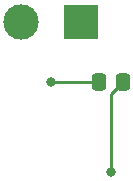
<source format=gbr>
%TF.GenerationSoftware,KiCad,Pcbnew,(6.0.10)*%
%TF.CreationDate,2023-02-16T14:38:27-08:00*%
%TF.ProjectId,lab4_ex2,6c616234-5f65-4783-922e-6b696361645f,rev?*%
%TF.SameCoordinates,Original*%
%TF.FileFunction,Copper,L2,Bot*%
%TF.FilePolarity,Positive*%
%FSLAX46Y46*%
G04 Gerber Fmt 4.6, Leading zero omitted, Abs format (unit mm)*
G04 Created by KiCad (PCBNEW (6.0.10)) date 2023-02-16 14:38:27*
%MOMM*%
%LPD*%
G01*
G04 APERTURE LIST*
G04 Aperture macros list*
%AMRoundRect*
0 Rectangle with rounded corners*
0 $1 Rounding radius*
0 $2 $3 $4 $5 $6 $7 $8 $9 X,Y pos of 4 corners*
0 Add a 4 corners polygon primitive as box body*
4,1,4,$2,$3,$4,$5,$6,$7,$8,$9,$2,$3,0*
0 Add four circle primitives for the rounded corners*
1,1,$1+$1,$2,$3*
1,1,$1+$1,$4,$5*
1,1,$1+$1,$6,$7*
1,1,$1+$1,$8,$9*
0 Add four rect primitives between the rounded corners*
20,1,$1+$1,$2,$3,$4,$5,0*
20,1,$1+$1,$4,$5,$6,$7,0*
20,1,$1+$1,$6,$7,$8,$9,0*
20,1,$1+$1,$8,$9,$2,$3,0*%
G04 Aperture macros list end*
%TA.AperFunction,ComponentPad*%
%ADD10R,3.000000X3.000000*%
%TD*%
%TA.AperFunction,ComponentPad*%
%ADD11C,3.000000*%
%TD*%
%TA.AperFunction,SMDPad,CuDef*%
%ADD12RoundRect,0.250000X0.337500X0.475000X-0.337500X0.475000X-0.337500X-0.475000X0.337500X-0.475000X0*%
%TD*%
%TA.AperFunction,ViaPad*%
%ADD13C,0.800000*%
%TD*%
%TA.AperFunction,Conductor*%
%ADD14C,0.250000*%
%TD*%
G04 APERTURE END LIST*
D10*
%TO.P,J1,1,Pin_1*%
%TO.N,+9V*%
X149860000Y-93980000D03*
D11*
%TO.P,J1,2,Pin_2*%
%TO.N,GND*%
X144780000Y-93980000D03*
%TD*%
D12*
%TO.P,C2,1*%
%TO.N,Net-(C2-Pad1)*%
X153437500Y-99060000D03*
%TO.P,C2,2*%
%TO.N,GND*%
X151362500Y-99060000D03*
%TD*%
D13*
%TO.N,GND*%
X147320000Y-99060000D03*
%TO.N,Net-(C2-Pad1)*%
X152400000Y-106680000D03*
%TD*%
D14*
%TO.N,GND*%
X147320000Y-99060000D02*
X151362500Y-99060000D01*
%TO.N,Net-(C2-Pad1)*%
X153437500Y-99060000D02*
X152400000Y-100097500D01*
X152400000Y-100097500D02*
X152400000Y-106680000D01*
%TD*%
M02*

</source>
